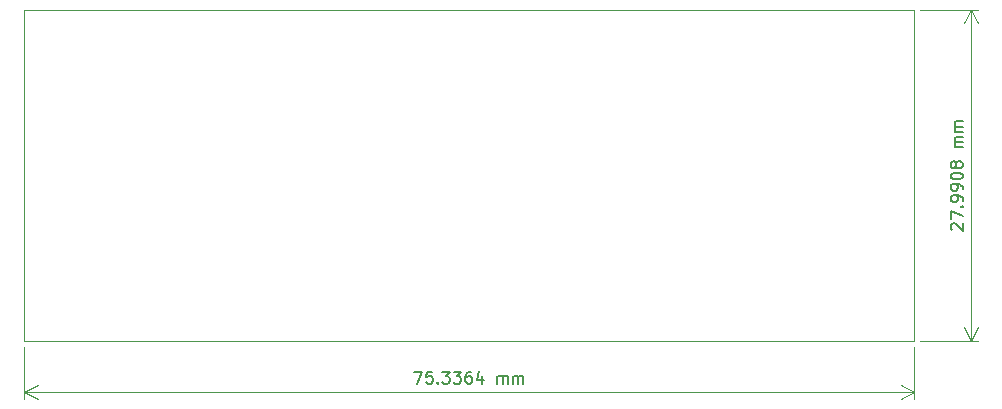
<source format=gbr>
%TF.GenerationSoftware,KiCad,Pcbnew,7.0.2*%
%TF.CreationDate,2023-08-22T20:11:56+05:30*%
%TF.ProjectId,Power_Supply_12V,506f7765-725f-4537-9570-706c795f3132,rev?*%
%TF.SameCoordinates,Original*%
%TF.FileFunction,Profile,NP*%
%FSLAX46Y46*%
G04 Gerber Fmt 4.6, Leading zero omitted, Abs format (unit mm)*
G04 Created by KiCad (PCBNEW 7.0.2) date 2023-08-22 20:11:56*
%MOMM*%
%LPD*%
G01*
G04 APERTURE LIST*
%TA.AperFunction,Profile*%
%ADD10C,0.100000*%
%TD*%
%ADD11C,0.150000*%
G04 APERTURE END LIST*
D10*
X96113600Y-64414400D02*
X171450000Y-64414400D01*
X171450000Y-92405200D01*
X96113600Y-92405200D01*
X96113600Y-64414400D01*
D11*
X174633057Y-83028846D02*
X174585438Y-82981227D01*
X174585438Y-82981227D02*
X174537819Y-82885989D01*
X174537819Y-82885989D02*
X174537819Y-82647894D01*
X174537819Y-82647894D02*
X174585438Y-82552656D01*
X174585438Y-82552656D02*
X174633057Y-82505037D01*
X174633057Y-82505037D02*
X174728295Y-82457418D01*
X174728295Y-82457418D02*
X174823533Y-82457418D01*
X174823533Y-82457418D02*
X174966390Y-82505037D01*
X174966390Y-82505037D02*
X175537819Y-83076465D01*
X175537819Y-83076465D02*
X175537819Y-82457418D01*
X174537819Y-82124084D02*
X174537819Y-81457418D01*
X174537819Y-81457418D02*
X175537819Y-81885989D01*
X175442580Y-81076465D02*
X175490200Y-81028846D01*
X175490200Y-81028846D02*
X175537819Y-81076465D01*
X175537819Y-81076465D02*
X175490200Y-81124084D01*
X175490200Y-81124084D02*
X175442580Y-81076465D01*
X175442580Y-81076465D02*
X175537819Y-81076465D01*
X175537819Y-80552656D02*
X175537819Y-80362180D01*
X175537819Y-80362180D02*
X175490200Y-80266942D01*
X175490200Y-80266942D02*
X175442580Y-80219323D01*
X175442580Y-80219323D02*
X175299723Y-80124085D01*
X175299723Y-80124085D02*
X175109247Y-80076466D01*
X175109247Y-80076466D02*
X174728295Y-80076466D01*
X174728295Y-80076466D02*
X174633057Y-80124085D01*
X174633057Y-80124085D02*
X174585438Y-80171704D01*
X174585438Y-80171704D02*
X174537819Y-80266942D01*
X174537819Y-80266942D02*
X174537819Y-80457418D01*
X174537819Y-80457418D02*
X174585438Y-80552656D01*
X174585438Y-80552656D02*
X174633057Y-80600275D01*
X174633057Y-80600275D02*
X174728295Y-80647894D01*
X174728295Y-80647894D02*
X174966390Y-80647894D01*
X174966390Y-80647894D02*
X175061628Y-80600275D01*
X175061628Y-80600275D02*
X175109247Y-80552656D01*
X175109247Y-80552656D02*
X175156866Y-80457418D01*
X175156866Y-80457418D02*
X175156866Y-80266942D01*
X175156866Y-80266942D02*
X175109247Y-80171704D01*
X175109247Y-80171704D02*
X175061628Y-80124085D01*
X175061628Y-80124085D02*
X174966390Y-80076466D01*
X175537819Y-79600275D02*
X175537819Y-79409799D01*
X175537819Y-79409799D02*
X175490200Y-79314561D01*
X175490200Y-79314561D02*
X175442580Y-79266942D01*
X175442580Y-79266942D02*
X175299723Y-79171704D01*
X175299723Y-79171704D02*
X175109247Y-79124085D01*
X175109247Y-79124085D02*
X174728295Y-79124085D01*
X174728295Y-79124085D02*
X174633057Y-79171704D01*
X174633057Y-79171704D02*
X174585438Y-79219323D01*
X174585438Y-79219323D02*
X174537819Y-79314561D01*
X174537819Y-79314561D02*
X174537819Y-79505037D01*
X174537819Y-79505037D02*
X174585438Y-79600275D01*
X174585438Y-79600275D02*
X174633057Y-79647894D01*
X174633057Y-79647894D02*
X174728295Y-79695513D01*
X174728295Y-79695513D02*
X174966390Y-79695513D01*
X174966390Y-79695513D02*
X175061628Y-79647894D01*
X175061628Y-79647894D02*
X175109247Y-79600275D01*
X175109247Y-79600275D02*
X175156866Y-79505037D01*
X175156866Y-79505037D02*
X175156866Y-79314561D01*
X175156866Y-79314561D02*
X175109247Y-79219323D01*
X175109247Y-79219323D02*
X175061628Y-79171704D01*
X175061628Y-79171704D02*
X174966390Y-79124085D01*
X174537819Y-78505037D02*
X174537819Y-78409799D01*
X174537819Y-78409799D02*
X174585438Y-78314561D01*
X174585438Y-78314561D02*
X174633057Y-78266942D01*
X174633057Y-78266942D02*
X174728295Y-78219323D01*
X174728295Y-78219323D02*
X174918771Y-78171704D01*
X174918771Y-78171704D02*
X175156866Y-78171704D01*
X175156866Y-78171704D02*
X175347342Y-78219323D01*
X175347342Y-78219323D02*
X175442580Y-78266942D01*
X175442580Y-78266942D02*
X175490200Y-78314561D01*
X175490200Y-78314561D02*
X175537819Y-78409799D01*
X175537819Y-78409799D02*
X175537819Y-78505037D01*
X175537819Y-78505037D02*
X175490200Y-78600275D01*
X175490200Y-78600275D02*
X175442580Y-78647894D01*
X175442580Y-78647894D02*
X175347342Y-78695513D01*
X175347342Y-78695513D02*
X175156866Y-78743132D01*
X175156866Y-78743132D02*
X174918771Y-78743132D01*
X174918771Y-78743132D02*
X174728295Y-78695513D01*
X174728295Y-78695513D02*
X174633057Y-78647894D01*
X174633057Y-78647894D02*
X174585438Y-78600275D01*
X174585438Y-78600275D02*
X174537819Y-78505037D01*
X174966390Y-77600275D02*
X174918771Y-77695513D01*
X174918771Y-77695513D02*
X174871152Y-77743132D01*
X174871152Y-77743132D02*
X174775914Y-77790751D01*
X174775914Y-77790751D02*
X174728295Y-77790751D01*
X174728295Y-77790751D02*
X174633057Y-77743132D01*
X174633057Y-77743132D02*
X174585438Y-77695513D01*
X174585438Y-77695513D02*
X174537819Y-77600275D01*
X174537819Y-77600275D02*
X174537819Y-77409799D01*
X174537819Y-77409799D02*
X174585438Y-77314561D01*
X174585438Y-77314561D02*
X174633057Y-77266942D01*
X174633057Y-77266942D02*
X174728295Y-77219323D01*
X174728295Y-77219323D02*
X174775914Y-77219323D01*
X174775914Y-77219323D02*
X174871152Y-77266942D01*
X174871152Y-77266942D02*
X174918771Y-77314561D01*
X174918771Y-77314561D02*
X174966390Y-77409799D01*
X174966390Y-77409799D02*
X174966390Y-77600275D01*
X174966390Y-77600275D02*
X175014009Y-77695513D01*
X175014009Y-77695513D02*
X175061628Y-77743132D01*
X175061628Y-77743132D02*
X175156866Y-77790751D01*
X175156866Y-77790751D02*
X175347342Y-77790751D01*
X175347342Y-77790751D02*
X175442580Y-77743132D01*
X175442580Y-77743132D02*
X175490200Y-77695513D01*
X175490200Y-77695513D02*
X175537819Y-77600275D01*
X175537819Y-77600275D02*
X175537819Y-77409799D01*
X175537819Y-77409799D02*
X175490200Y-77314561D01*
X175490200Y-77314561D02*
X175442580Y-77266942D01*
X175442580Y-77266942D02*
X175347342Y-77219323D01*
X175347342Y-77219323D02*
X175156866Y-77219323D01*
X175156866Y-77219323D02*
X175061628Y-77266942D01*
X175061628Y-77266942D02*
X175014009Y-77314561D01*
X175014009Y-77314561D02*
X174966390Y-77409799D01*
X175537819Y-76028846D02*
X174871152Y-76028846D01*
X174966390Y-76028846D02*
X174918771Y-75981227D01*
X174918771Y-75981227D02*
X174871152Y-75885989D01*
X174871152Y-75885989D02*
X174871152Y-75743132D01*
X174871152Y-75743132D02*
X174918771Y-75647894D01*
X174918771Y-75647894D02*
X175014009Y-75600275D01*
X175014009Y-75600275D02*
X175537819Y-75600275D01*
X175014009Y-75600275D02*
X174918771Y-75552656D01*
X174918771Y-75552656D02*
X174871152Y-75457418D01*
X174871152Y-75457418D02*
X174871152Y-75314561D01*
X174871152Y-75314561D02*
X174918771Y-75219322D01*
X174918771Y-75219322D02*
X175014009Y-75171703D01*
X175014009Y-75171703D02*
X175537819Y-75171703D01*
X175537819Y-74695513D02*
X174871152Y-74695513D01*
X174966390Y-74695513D02*
X174918771Y-74647894D01*
X174918771Y-74647894D02*
X174871152Y-74552656D01*
X174871152Y-74552656D02*
X174871152Y-74409799D01*
X174871152Y-74409799D02*
X174918771Y-74314561D01*
X174918771Y-74314561D02*
X175014009Y-74266942D01*
X175014009Y-74266942D02*
X175537819Y-74266942D01*
X175014009Y-74266942D02*
X174918771Y-74219323D01*
X174918771Y-74219323D02*
X174871152Y-74124085D01*
X174871152Y-74124085D02*
X174871152Y-73981228D01*
X174871152Y-73981228D02*
X174918771Y-73885989D01*
X174918771Y-73885989D02*
X175014009Y-73838370D01*
X175014009Y-73838370D02*
X175537819Y-73838370D01*
D10*
X171950000Y-64414400D02*
X176811620Y-64414400D01*
X171950000Y-92405200D02*
X176811620Y-92405200D01*
X176225200Y-64414400D02*
X176225200Y-92405200D01*
X176225200Y-64414400D02*
X176225200Y-92405200D01*
X176225200Y-64414400D02*
X176811621Y-65540904D01*
X176225200Y-64414400D02*
X175638779Y-65540904D01*
X176225200Y-92405200D02*
X175638779Y-91278696D01*
X176225200Y-92405200D02*
X176811621Y-91278696D01*
D11*
X129115134Y-95035819D02*
X129781800Y-95035819D01*
X129781800Y-95035819D02*
X129353229Y-96035819D01*
X130638943Y-95035819D02*
X130162753Y-95035819D01*
X130162753Y-95035819D02*
X130115134Y-95512009D01*
X130115134Y-95512009D02*
X130162753Y-95464390D01*
X130162753Y-95464390D02*
X130257991Y-95416771D01*
X130257991Y-95416771D02*
X130496086Y-95416771D01*
X130496086Y-95416771D02*
X130591324Y-95464390D01*
X130591324Y-95464390D02*
X130638943Y-95512009D01*
X130638943Y-95512009D02*
X130686562Y-95607247D01*
X130686562Y-95607247D02*
X130686562Y-95845342D01*
X130686562Y-95845342D02*
X130638943Y-95940580D01*
X130638943Y-95940580D02*
X130591324Y-95988200D01*
X130591324Y-95988200D02*
X130496086Y-96035819D01*
X130496086Y-96035819D02*
X130257991Y-96035819D01*
X130257991Y-96035819D02*
X130162753Y-95988200D01*
X130162753Y-95988200D02*
X130115134Y-95940580D01*
X131115134Y-95940580D02*
X131162753Y-95988200D01*
X131162753Y-95988200D02*
X131115134Y-96035819D01*
X131115134Y-96035819D02*
X131067515Y-95988200D01*
X131067515Y-95988200D02*
X131115134Y-95940580D01*
X131115134Y-95940580D02*
X131115134Y-96035819D01*
X131496086Y-95035819D02*
X132115133Y-95035819D01*
X132115133Y-95035819D02*
X131781800Y-95416771D01*
X131781800Y-95416771D02*
X131924657Y-95416771D01*
X131924657Y-95416771D02*
X132019895Y-95464390D01*
X132019895Y-95464390D02*
X132067514Y-95512009D01*
X132067514Y-95512009D02*
X132115133Y-95607247D01*
X132115133Y-95607247D02*
X132115133Y-95845342D01*
X132115133Y-95845342D02*
X132067514Y-95940580D01*
X132067514Y-95940580D02*
X132019895Y-95988200D01*
X132019895Y-95988200D02*
X131924657Y-96035819D01*
X131924657Y-96035819D02*
X131638943Y-96035819D01*
X131638943Y-96035819D02*
X131543705Y-95988200D01*
X131543705Y-95988200D02*
X131496086Y-95940580D01*
X132448467Y-95035819D02*
X133067514Y-95035819D01*
X133067514Y-95035819D02*
X132734181Y-95416771D01*
X132734181Y-95416771D02*
X132877038Y-95416771D01*
X132877038Y-95416771D02*
X132972276Y-95464390D01*
X132972276Y-95464390D02*
X133019895Y-95512009D01*
X133019895Y-95512009D02*
X133067514Y-95607247D01*
X133067514Y-95607247D02*
X133067514Y-95845342D01*
X133067514Y-95845342D02*
X133019895Y-95940580D01*
X133019895Y-95940580D02*
X132972276Y-95988200D01*
X132972276Y-95988200D02*
X132877038Y-96035819D01*
X132877038Y-96035819D02*
X132591324Y-96035819D01*
X132591324Y-96035819D02*
X132496086Y-95988200D01*
X132496086Y-95988200D02*
X132448467Y-95940580D01*
X133924657Y-95035819D02*
X133734181Y-95035819D01*
X133734181Y-95035819D02*
X133638943Y-95083438D01*
X133638943Y-95083438D02*
X133591324Y-95131057D01*
X133591324Y-95131057D02*
X133496086Y-95273914D01*
X133496086Y-95273914D02*
X133448467Y-95464390D01*
X133448467Y-95464390D02*
X133448467Y-95845342D01*
X133448467Y-95845342D02*
X133496086Y-95940580D01*
X133496086Y-95940580D02*
X133543705Y-95988200D01*
X133543705Y-95988200D02*
X133638943Y-96035819D01*
X133638943Y-96035819D02*
X133829419Y-96035819D01*
X133829419Y-96035819D02*
X133924657Y-95988200D01*
X133924657Y-95988200D02*
X133972276Y-95940580D01*
X133972276Y-95940580D02*
X134019895Y-95845342D01*
X134019895Y-95845342D02*
X134019895Y-95607247D01*
X134019895Y-95607247D02*
X133972276Y-95512009D01*
X133972276Y-95512009D02*
X133924657Y-95464390D01*
X133924657Y-95464390D02*
X133829419Y-95416771D01*
X133829419Y-95416771D02*
X133638943Y-95416771D01*
X133638943Y-95416771D02*
X133543705Y-95464390D01*
X133543705Y-95464390D02*
X133496086Y-95512009D01*
X133496086Y-95512009D02*
X133448467Y-95607247D01*
X134877038Y-95369152D02*
X134877038Y-96035819D01*
X134638943Y-94988200D02*
X134400848Y-95702485D01*
X134400848Y-95702485D02*
X135019895Y-95702485D01*
X136162753Y-96035819D02*
X136162753Y-95369152D01*
X136162753Y-95464390D02*
X136210372Y-95416771D01*
X136210372Y-95416771D02*
X136305610Y-95369152D01*
X136305610Y-95369152D02*
X136448467Y-95369152D01*
X136448467Y-95369152D02*
X136543705Y-95416771D01*
X136543705Y-95416771D02*
X136591324Y-95512009D01*
X136591324Y-95512009D02*
X136591324Y-96035819D01*
X136591324Y-95512009D02*
X136638943Y-95416771D01*
X136638943Y-95416771D02*
X136734181Y-95369152D01*
X136734181Y-95369152D02*
X136877038Y-95369152D01*
X136877038Y-95369152D02*
X136972277Y-95416771D01*
X136972277Y-95416771D02*
X137019896Y-95512009D01*
X137019896Y-95512009D02*
X137019896Y-96035819D01*
X137496086Y-96035819D02*
X137496086Y-95369152D01*
X137496086Y-95464390D02*
X137543705Y-95416771D01*
X137543705Y-95416771D02*
X137638943Y-95369152D01*
X137638943Y-95369152D02*
X137781800Y-95369152D01*
X137781800Y-95369152D02*
X137877038Y-95416771D01*
X137877038Y-95416771D02*
X137924657Y-95512009D01*
X137924657Y-95512009D02*
X137924657Y-96035819D01*
X137924657Y-95512009D02*
X137972276Y-95416771D01*
X137972276Y-95416771D02*
X138067514Y-95369152D01*
X138067514Y-95369152D02*
X138210371Y-95369152D01*
X138210371Y-95369152D02*
X138305610Y-95416771D01*
X138305610Y-95416771D02*
X138353229Y-95512009D01*
X138353229Y-95512009D02*
X138353229Y-96035819D01*
D10*
X96113600Y-92905200D02*
X96113600Y-97309620D01*
X171450000Y-92905200D02*
X171450000Y-97309620D01*
X96113600Y-96723200D02*
X171450000Y-96723200D01*
X96113600Y-96723200D02*
X171450000Y-96723200D01*
X96113600Y-96723200D02*
X97240104Y-96136779D01*
X96113600Y-96723200D02*
X97240104Y-97309621D01*
X171450000Y-96723200D02*
X170323496Y-97309621D01*
X171450000Y-96723200D02*
X170323496Y-96136779D01*
M02*

</source>
